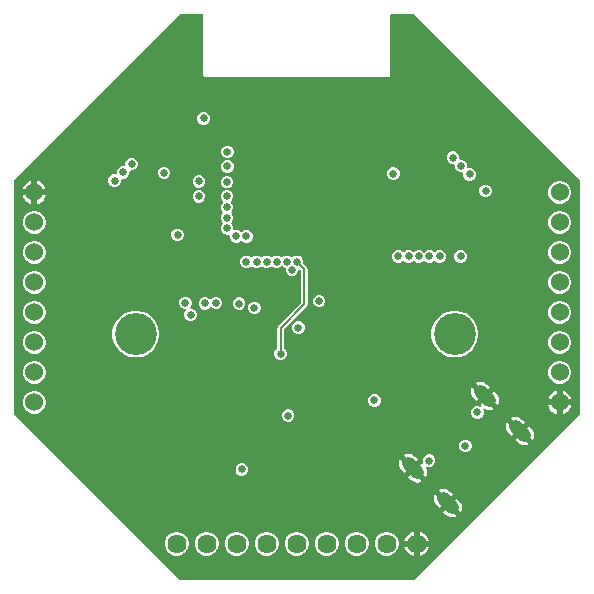
<source format=gbr>
%TF.GenerationSoftware,Altium Limited,Altium Designer,24.10.1 (45)*%
G04 Layer_Physical_Order=2*
G04 Layer_Color=36540*
%FSLAX45Y45*%
%MOMM*%
%TF.SameCoordinates,EEF0193C-C13F-4000-B0C4-A13F86DA6223*%
%TF.FilePolarity,Positive*%
%TF.FileFunction,Copper,L2,Inr,Signal*%
%TF.Part,Single*%
G01*
G75*
%TA.AperFunction,Conductor*%
%ADD37C,0.15240*%
%TA.AperFunction,ComponentPad*%
%ADD40C,1.62001*%
%ADD41C,1.52400*%
%ADD42C,0.64999*%
G04:AMPARAMS|DCode=43|XSize=2.2159mm|YSize=1.10795mm|CornerRadius=0mm|HoleSize=0mm|Usage=FLASHONLY|Rotation=135.000|XOffset=0mm|YOffset=0mm|HoleType=Round|Shape=Round|*
%AMOVALD43*
21,1,1.10795,1.10795,0.00000,0.00000,135.0*
1,1,1.10795,0.39172,-0.39172*
1,1,1.10795,-0.39172,0.39172*
%
%ADD43OVALD43*%

%TA.AperFunction,ViaPad*%
%ADD44C,3.55000*%
%ADD45C,0.66040*%
%ADD46C,0.63500*%
G36*
X4807934Y3404922D02*
Y1421814D01*
X3405665Y19545D01*
X1422557D01*
X20288Y1421814D01*
Y3404922D01*
X1422557Y4807191D01*
X1616207D01*
X1622108Y4800000D01*
Y4295000D01*
X1623660Y4287196D01*
X1628081Y4280581D01*
X1634696Y4276160D01*
X1642500Y4274608D01*
X3182500D01*
X3190303Y4276160D01*
X3196919Y4280581D01*
X3201340Y4287196D01*
X3202892Y4295000D01*
Y4800000D01*
X3208793Y4807191D01*
X3405665D01*
X4807934Y3404922D01*
D02*
G37*
%LPC*%
G36*
X1635546Y3980520D02*
X1614454D01*
X1594967Y3972448D01*
X1580052Y3957533D01*
X1571980Y3938046D01*
Y3916954D01*
X1580052Y3897467D01*
X1594967Y3882552D01*
X1614454Y3874480D01*
X1635546D01*
X1655033Y3882552D01*
X1669948Y3897467D01*
X1678020Y3916954D01*
Y3938046D01*
X1669948Y3957533D01*
X1655033Y3972448D01*
X1635546Y3980520D01*
D02*
G37*
G36*
X1835546Y3695520D02*
X1814454D01*
X1794967Y3687448D01*
X1780052Y3672533D01*
X1771980Y3653046D01*
Y3631954D01*
X1780052Y3612467D01*
X1794967Y3597552D01*
X1814454Y3589480D01*
X1835546D01*
X1855033Y3597552D01*
X1869948Y3612467D01*
X1878020Y3631954D01*
Y3653046D01*
X1869948Y3672533D01*
X1855033Y3687448D01*
X1835546Y3695520D01*
D02*
G37*
G36*
Y3573020D02*
X1814454D01*
X1794967Y3564948D01*
X1780052Y3550033D01*
X1771980Y3530546D01*
Y3509454D01*
X1780052Y3489967D01*
X1794967Y3475052D01*
X1814454Y3466980D01*
X1835546D01*
X1855033Y3475052D01*
X1869948Y3489967D01*
X1878020Y3509454D01*
Y3530546D01*
X1869948Y3550033D01*
X1855033Y3564948D01*
X1835546Y3573020D01*
D02*
G37*
G36*
X1300546Y3518020D02*
X1279454D01*
X1259967Y3509948D01*
X1245052Y3495033D01*
X1236980Y3475546D01*
Y3454454D01*
X1245052Y3434967D01*
X1259967Y3420052D01*
X1279454Y3411980D01*
X1300546D01*
X1320033Y3420052D01*
X1334948Y3434967D01*
X1343020Y3454454D01*
Y3475546D01*
X1334948Y3495033D01*
X1320033Y3509948D01*
X1300546Y3518020D01*
D02*
G37*
G36*
X3240546Y3513020D02*
X3219454D01*
X3199967Y3504948D01*
X3185052Y3490033D01*
X3176980Y3470546D01*
Y3449454D01*
X3185052Y3429967D01*
X3199967Y3415052D01*
X3219454Y3406980D01*
X3240546D01*
X3260033Y3415052D01*
X3274948Y3429967D01*
X3283020Y3449454D01*
Y3470546D01*
X3274948Y3490033D01*
X3260033Y3504948D01*
X3240546Y3513020D01*
D02*
G37*
G36*
X3745546Y3648020D02*
X3724454D01*
X3704967Y3639948D01*
X3690052Y3625033D01*
X3681980Y3605546D01*
Y3584454D01*
X3690052Y3564967D01*
X3704967Y3550052D01*
X3724454Y3541980D01*
X3742592D01*
X3749684Y3535673D01*
X3752638Y3531171D01*
Y3511954D01*
X3760710Y3492467D01*
X3775624Y3477552D01*
X3795111Y3469480D01*
X3813013D01*
X3818683Y3466188D01*
X3824095Y3459002D01*
Y3441954D01*
X3832167Y3422467D01*
X3847082Y3407552D01*
X3866569Y3399480D01*
X3887661D01*
X3907148Y3407552D01*
X3922063Y3422467D01*
X3930135Y3441954D01*
Y3463046D01*
X3922063Y3482533D01*
X3907148Y3497448D01*
X3887661Y3505520D01*
X3869759D01*
X3864090Y3508812D01*
X3858678Y3515998D01*
Y3533046D01*
X3850606Y3552533D01*
X3835691Y3567448D01*
X3816204Y3575520D01*
X3798066D01*
X3790973Y3581827D01*
X3788020Y3586329D01*
Y3605546D01*
X3779948Y3625033D01*
X3765033Y3639948D01*
X3745546Y3648020D01*
D02*
G37*
G36*
X1025546Y3592635D02*
X1004454D01*
X984967Y3584563D01*
X970052Y3569648D01*
X961980Y3550161D01*
Y3533066D01*
X955163Y3525401D01*
X950739Y3523020D01*
X931954D01*
X912467Y3514948D01*
X897552Y3500033D01*
X889480Y3480546D01*
Y3463785D01*
X884747Y3456706D01*
X878399Y3453020D01*
X861190D01*
X841703Y3444948D01*
X826789Y3430033D01*
X818717Y3410546D01*
Y3389454D01*
X826789Y3369967D01*
X841703Y3355052D01*
X861190Y3346980D01*
X882283D01*
X901770Y3355052D01*
X916685Y3369967D01*
X924757Y3389454D01*
Y3406215D01*
X929490Y3413294D01*
X935838Y3416980D01*
X953046D01*
X972533Y3425052D01*
X987448Y3439967D01*
X995520Y3459454D01*
Y3476549D01*
X1002337Y3484214D01*
X1006761Y3486595D01*
X1025546D01*
X1045033Y3494667D01*
X1059948Y3509582D01*
X1068020Y3529069D01*
Y3550161D01*
X1059948Y3569648D01*
X1045033Y3584563D01*
X1025546Y3592635D01*
D02*
G37*
G36*
X1595546Y3445520D02*
X1574454D01*
X1554967Y3437448D01*
X1540052Y3422533D01*
X1531980Y3403046D01*
Y3381954D01*
X1540052Y3362467D01*
X1554967Y3347552D01*
X1574454Y3339480D01*
X1595546D01*
X1615033Y3347552D01*
X1629948Y3362467D01*
X1638020Y3381954D01*
Y3403046D01*
X1629948Y3422533D01*
X1615033Y3437448D01*
X1595546Y3445520D01*
D02*
G37*
G36*
X1833046Y3440520D02*
X1811954D01*
X1792467Y3432448D01*
X1777552Y3417533D01*
X1769480Y3398046D01*
Y3376954D01*
X1777552Y3357467D01*
X1792467Y3342552D01*
X1811954Y3334480D01*
X1833046D01*
X1852533Y3342552D01*
X1867448Y3357467D01*
X1875520Y3376954D01*
Y3398046D01*
X1867448Y3417533D01*
X1852533Y3432448D01*
X1833046Y3440520D01*
D02*
G37*
G36*
X215400Y3398378D02*
Y3325400D01*
X288378D01*
X284676Y3339216D01*
X271300Y3362384D01*
X252384Y3381300D01*
X229216Y3394676D01*
X215400Y3398378D01*
D02*
G37*
G36*
X164600D02*
X150784Y3394676D01*
X127616Y3381300D01*
X108700Y3362384D01*
X95324Y3339216D01*
X91622Y3325400D01*
X164600D01*
Y3398378D01*
D02*
G37*
G36*
X4023046Y3365520D02*
X4001954D01*
X3982467Y3357448D01*
X3967552Y3342533D01*
X3959480Y3323046D01*
Y3301954D01*
X3967552Y3282467D01*
X3982467Y3267552D01*
X4001954Y3259480D01*
X4023046D01*
X4042533Y3267552D01*
X4057448Y3282467D01*
X4065520Y3301954D01*
Y3323046D01*
X4057448Y3342533D01*
X4042533Y3357448D01*
X4023046Y3365520D01*
D02*
G37*
G36*
X1595546Y3320520D02*
X1574454D01*
X1554967Y3312448D01*
X1540052Y3297533D01*
X1531980Y3278046D01*
Y3256954D01*
X1540052Y3237467D01*
X1554967Y3222552D01*
X1574454Y3214480D01*
X1595546D01*
X1615033Y3222552D01*
X1629948Y3237467D01*
X1638020Y3256954D01*
Y3278046D01*
X1629948Y3297533D01*
X1615033Y3312448D01*
X1595546Y3320520D01*
D02*
G37*
G36*
X4652665Y3396700D02*
X4627335D01*
X4602868Y3390144D01*
X4580932Y3377479D01*
X4563021Y3359568D01*
X4550356Y3337632D01*
X4543800Y3313165D01*
Y3287835D01*
X4550356Y3263368D01*
X4563021Y3241432D01*
X4580932Y3223521D01*
X4602868Y3210856D01*
X4627335Y3204300D01*
X4652665D01*
X4677132Y3210856D01*
X4699068Y3223521D01*
X4716979Y3241432D01*
X4729644Y3263368D01*
X4736200Y3287835D01*
Y3313165D01*
X4729644Y3337632D01*
X4716979Y3359568D01*
X4699068Y3377479D01*
X4677132Y3390144D01*
X4652665Y3396700D01*
D02*
G37*
G36*
X288378Y3274600D02*
X215400D01*
Y3201622D01*
X229216Y3205324D01*
X252384Y3218700D01*
X271300Y3237616D01*
X284676Y3260784D01*
X288378Y3274600D01*
D02*
G37*
G36*
X164600D02*
X91622D01*
X95324Y3260784D01*
X108700Y3237616D01*
X127616Y3218700D01*
X150784Y3205324D01*
X164600Y3201622D01*
Y3274600D01*
D02*
G37*
G36*
X4652665Y3142700D02*
X4627335D01*
X4602868Y3136144D01*
X4580932Y3123479D01*
X4563021Y3105568D01*
X4550356Y3083632D01*
X4543800Y3059165D01*
Y3033835D01*
X4550356Y3009368D01*
X4563021Y2987432D01*
X4580932Y2969521D01*
X4602868Y2956856D01*
X4627335Y2950300D01*
X4652665D01*
X4677132Y2956856D01*
X4699068Y2969521D01*
X4716979Y2987432D01*
X4729644Y3009368D01*
X4736200Y3033835D01*
Y3059165D01*
X4729644Y3083632D01*
X4716979Y3105568D01*
X4699068Y3123479D01*
X4677132Y3136144D01*
X4652665Y3142700D01*
D02*
G37*
G36*
X202665Y3142200D02*
X177335D01*
X152868Y3135644D01*
X130932Y3122979D01*
X113021Y3105068D01*
X100356Y3083132D01*
X93800Y3058665D01*
Y3033335D01*
X100356Y3008868D01*
X113021Y2986932D01*
X130932Y2969021D01*
X152868Y2956356D01*
X177335Y2949800D01*
X202665D01*
X227132Y2956356D01*
X249068Y2969021D01*
X266979Y2986932D01*
X279644Y3008868D01*
X286200Y3033335D01*
Y3058665D01*
X279644Y3083132D01*
X266979Y3105068D01*
X249068Y3122979D01*
X227132Y3135644D01*
X202665Y3142200D01*
D02*
G37*
G36*
X1415546Y2993020D02*
X1394454D01*
X1374967Y2984948D01*
X1360052Y2970033D01*
X1351980Y2950546D01*
Y2929454D01*
X1360052Y2909967D01*
X1374967Y2895052D01*
X1394454Y2886980D01*
X1415546D01*
X1435033Y2895052D01*
X1449948Y2909967D01*
X1458020Y2929454D01*
Y2950546D01*
X1449948Y2970033D01*
X1435033Y2984948D01*
X1415546Y2993020D01*
D02*
G37*
G36*
X1833046Y3320520D02*
X1811954D01*
X1792467Y3312448D01*
X1777552Y3297533D01*
X1769480Y3278046D01*
Y3256954D01*
X1777552Y3237467D01*
X1785472Y3229547D01*
X1791518Y3221250D01*
X1785472Y3212953D01*
X1777552Y3205033D01*
X1769480Y3185546D01*
Y3164454D01*
X1777552Y3144967D01*
X1784222Y3138297D01*
X1792415Y3130000D01*
X1784222Y3121703D01*
X1777552Y3115033D01*
X1769480Y3095546D01*
Y3074454D01*
X1777552Y3054967D01*
X1784222Y3048297D01*
X1792415Y3040000D01*
X1784222Y3031703D01*
X1777552Y3025033D01*
X1769480Y3005546D01*
Y2984454D01*
X1777552Y2964967D01*
X1792467Y2950052D01*
X1811954Y2941980D01*
X1833046D01*
X1838257Y2944138D01*
X1842377Y2941902D01*
X1849480Y2935041D01*
Y2916954D01*
X1857552Y2897467D01*
X1872467Y2882552D01*
X1891954Y2874480D01*
X1913046D01*
X1932533Y2882552D01*
X1945000Y2895019D01*
X1957467Y2882552D01*
X1976954Y2874480D01*
X1998046D01*
X2017533Y2882552D01*
X2032448Y2897467D01*
X2040520Y2916954D01*
Y2938046D01*
X2032448Y2957533D01*
X2017533Y2972448D01*
X1998046Y2980520D01*
X1976954D01*
X1957467Y2972448D01*
X1945000Y2959981D01*
X1932533Y2972448D01*
X1913046Y2980520D01*
X1891954D01*
X1886743Y2978362D01*
X1882623Y2980598D01*
X1875520Y2987460D01*
Y3005546D01*
X1867448Y3025033D01*
X1860778Y3031703D01*
X1852585Y3040000D01*
X1860778Y3048297D01*
X1867448Y3054967D01*
X1875520Y3074454D01*
Y3095546D01*
X1867448Y3115033D01*
X1860778Y3121703D01*
X1852585Y3130000D01*
X1860778Y3138297D01*
X1867448Y3144967D01*
X1875520Y3164454D01*
Y3185546D01*
X1867448Y3205033D01*
X1859528Y3212953D01*
X1853482Y3221250D01*
X1859528Y3229547D01*
X1867448Y3237467D01*
X1875520Y3256954D01*
Y3278046D01*
X1867448Y3297533D01*
X1852533Y3312448D01*
X1833046Y3320520D01*
D02*
G37*
G36*
X3633046Y2810520D02*
X3611953D01*
X3592467Y2802448D01*
X3578750Y2788731D01*
X3565033Y2802448D01*
X3545546Y2810520D01*
X3524453D01*
X3504967Y2802448D01*
X3491250Y2788731D01*
X3477533Y2802448D01*
X3458046Y2810520D01*
X3436954D01*
X3417467Y2802448D01*
X3403750Y2788731D01*
X3390033Y2802448D01*
X3370546Y2810520D01*
X3349454D01*
X3329967Y2802448D01*
X3316250Y2788731D01*
X3302533Y2802448D01*
X3283046Y2810520D01*
X3261954D01*
X3242467Y2802448D01*
X3227552Y2787533D01*
X3219480Y2768046D01*
Y2746954D01*
X3227552Y2727467D01*
X3242467Y2712552D01*
X3261954Y2704480D01*
X3283046D01*
X3302533Y2712552D01*
X3316250Y2726269D01*
X3329967Y2712552D01*
X3349454Y2704480D01*
X3370546D01*
X3390033Y2712552D01*
X3403750Y2726269D01*
X3417467Y2712552D01*
X3436954Y2704480D01*
X3458046D01*
X3477533Y2712552D01*
X3491250Y2726269D01*
X3504967Y2712552D01*
X3524453Y2704480D01*
X3545546D01*
X3565033Y2712552D01*
X3578750Y2726269D01*
X3592467Y2712552D01*
X3611953Y2704480D01*
X3633046D01*
X3652533Y2712552D01*
X3667448Y2727467D01*
X3675520Y2746954D01*
Y2768046D01*
X3667448Y2787533D01*
X3652533Y2802448D01*
X3633046Y2810520D01*
D02*
G37*
G36*
X2425546Y2765520D02*
X2404454D01*
X2384967Y2757448D01*
X2372500Y2744981D01*
X2360033Y2757448D01*
X2340546Y2765520D01*
X2319454D01*
X2299967Y2757448D01*
X2286250Y2743731D01*
X2272533Y2757448D01*
X2253046Y2765520D01*
X2231954D01*
X2212467Y2757448D01*
X2200000Y2744981D01*
X2187533Y2757448D01*
X2168046Y2765520D01*
X2146954D01*
X2127467Y2757448D01*
X2115000Y2744982D01*
X2102533Y2757448D01*
X2083046Y2765520D01*
X2061954D01*
X2042467Y2757448D01*
X2030000Y2744981D01*
X2017533Y2757448D01*
X1998046Y2765520D01*
X1976954D01*
X1957467Y2757448D01*
X1942552Y2742533D01*
X1934480Y2723046D01*
Y2701954D01*
X1942552Y2682467D01*
X1957467Y2667552D01*
X1976954Y2659480D01*
X1998046D01*
X2017533Y2667552D01*
X2030000Y2680019D01*
X2042467Y2667552D01*
X2061954Y2659480D01*
X2083046D01*
X2102533Y2667552D01*
X2115000Y2680019D01*
X2127467Y2667552D01*
X2146954Y2659480D01*
X2168046D01*
X2187533Y2667552D01*
X2200000Y2680019D01*
X2212467Y2667552D01*
X2231954Y2659480D01*
X2253046D01*
X2272533Y2667552D01*
X2286250Y2681269D01*
X2299967Y2667552D01*
X2319453Y2659480D01*
X2320476Y2657950D01*
X2319480Y2655546D01*
Y2634454D01*
X2327552Y2614967D01*
X2342467Y2600052D01*
X2361954Y2591980D01*
X2383046D01*
X2402533Y2600052D01*
X2417448Y2614967D01*
X2425520Y2634454D01*
Y2646694D01*
X2438220Y2651955D01*
X2449339Y2640836D01*
Y2364165D01*
X2257587Y2172413D01*
X2251483Y2163277D01*
X2249339Y2152500D01*
Y1978224D01*
X2247467Y1977448D01*
X2232552Y1962534D01*
X2224480Y1943047D01*
Y1921954D01*
X2232552Y1902467D01*
X2247467Y1887552D01*
X2266954Y1879480D01*
X2288046D01*
X2307533Y1887552D01*
X2322448Y1902467D01*
X2330520Y1921954D01*
Y1943047D01*
X2322448Y1962534D01*
X2307533Y1977448D01*
X2305661Y1978224D01*
Y2140835D01*
X2497413Y2332587D01*
X2503517Y2341723D01*
X2505661Y2352500D01*
Y2652500D01*
X2503517Y2663277D01*
X2497413Y2672413D01*
X2467977Y2701849D01*
X2468020Y2701954D01*
Y2723046D01*
X2459948Y2742533D01*
X2445033Y2757448D01*
X2425546Y2765520D01*
D02*
G37*
G36*
X3810546Y2810520D02*
X3789454D01*
X3769967Y2802448D01*
X3755052Y2787533D01*
X3746980Y2768046D01*
Y2746954D01*
X3755052Y2727467D01*
X3769967Y2712552D01*
X3789454Y2704480D01*
X3810546D01*
X3830033Y2712552D01*
X3844948Y2727467D01*
X3853020Y2746954D01*
Y2768046D01*
X3844948Y2787533D01*
X3830033Y2802448D01*
X3810546Y2810520D01*
D02*
G37*
G36*
X4652665Y2888700D02*
X4627335D01*
X4602868Y2882144D01*
X4580932Y2869479D01*
X4563021Y2851568D01*
X4550356Y2829632D01*
X4543800Y2805165D01*
Y2779835D01*
X4550356Y2755368D01*
X4563021Y2733432D01*
X4580932Y2715521D01*
X4602868Y2702856D01*
X4627335Y2696300D01*
X4652665D01*
X4677132Y2702856D01*
X4699068Y2715521D01*
X4716979Y2733432D01*
X4729644Y2755368D01*
X4736200Y2779835D01*
Y2805165D01*
X4729644Y2829632D01*
X4716979Y2851568D01*
X4699068Y2869479D01*
X4677132Y2882144D01*
X4652665Y2888700D01*
D02*
G37*
G36*
X202665Y2888200D02*
X177335D01*
X152868Y2881644D01*
X130932Y2868979D01*
X113021Y2851068D01*
X100356Y2829132D01*
X93800Y2804665D01*
Y2779335D01*
X100356Y2754868D01*
X113021Y2732932D01*
X130932Y2715021D01*
X152868Y2702356D01*
X177335Y2695800D01*
X202665D01*
X227132Y2702356D01*
X249068Y2715021D01*
X266979Y2732932D01*
X279644Y2754868D01*
X286200Y2779335D01*
Y2804665D01*
X279644Y2829132D01*
X266979Y2851068D01*
X249068Y2868979D01*
X227132Y2881644D01*
X202665Y2888200D01*
D02*
G37*
G36*
X4652665Y2634700D02*
X4627335D01*
X4602868Y2628144D01*
X4580932Y2615479D01*
X4563021Y2597568D01*
X4550356Y2575632D01*
X4543800Y2551165D01*
Y2525835D01*
X4550356Y2501368D01*
X4563021Y2479432D01*
X4580932Y2461521D01*
X4602868Y2448856D01*
X4627335Y2442300D01*
X4652665D01*
X4677132Y2448856D01*
X4699068Y2461521D01*
X4716979Y2479432D01*
X4729644Y2501368D01*
X4736200Y2525835D01*
Y2551165D01*
X4729644Y2575632D01*
X4716979Y2597568D01*
X4699068Y2615479D01*
X4677132Y2628144D01*
X4652665Y2634700D01*
D02*
G37*
G36*
X202665Y2634200D02*
X177335D01*
X152868Y2627644D01*
X130932Y2614979D01*
X113021Y2597068D01*
X100356Y2575132D01*
X93800Y2550665D01*
Y2525335D01*
X100356Y2500868D01*
X113021Y2478932D01*
X130932Y2461021D01*
X152868Y2448356D01*
X177335Y2441800D01*
X202665D01*
X227132Y2448356D01*
X249068Y2461021D01*
X266979Y2478932D01*
X279644Y2500868D01*
X286200Y2525335D01*
Y2550665D01*
X279644Y2575132D01*
X266979Y2597068D01*
X249068Y2614979D01*
X227132Y2627644D01*
X202665Y2634200D01*
D02*
G37*
G36*
X1740546Y2418020D02*
X1719454D01*
X1699967Y2409948D01*
X1688297Y2398278D01*
X1685018Y2395040D01*
X1672372Y2397609D01*
X1665033Y2404948D01*
X1645546Y2413020D01*
X1624453D01*
X1604967Y2404948D01*
X1590052Y2390033D01*
X1581980Y2370546D01*
Y2349454D01*
X1590052Y2329967D01*
X1604967Y2315052D01*
X1624453Y2306980D01*
X1645546D01*
X1665033Y2315052D01*
X1676703Y2326722D01*
X1679982Y2329960D01*
X1692628Y2327391D01*
X1699967Y2320052D01*
X1719454Y2311980D01*
X1740546D01*
X1760033Y2320052D01*
X1774948Y2334967D01*
X1783020Y2354454D01*
Y2375546D01*
X1774948Y2395033D01*
X1760033Y2409948D01*
X1740546Y2418020D01*
D02*
G37*
G36*
X2613046Y2433020D02*
X2591954D01*
X2572467Y2424948D01*
X2557552Y2410033D01*
X2549480Y2390546D01*
Y2369454D01*
X2557552Y2349967D01*
X2572467Y2335052D01*
X2591954Y2326980D01*
X2613046D01*
X2632533Y2335052D01*
X2647448Y2349967D01*
X2655520Y2369454D01*
Y2390546D01*
X2647448Y2410033D01*
X2632533Y2424948D01*
X2613046Y2433020D01*
D02*
G37*
G36*
X1935546Y2410520D02*
X1914454D01*
X1894967Y2402448D01*
X1880052Y2387533D01*
X1871980Y2368046D01*
Y2346954D01*
X1880052Y2327467D01*
X1894967Y2312552D01*
X1914454Y2304480D01*
X1935546D01*
X1955033Y2312552D01*
X1969948Y2327467D01*
X1978020Y2346954D01*
Y2368046D01*
X1969948Y2387533D01*
X1955033Y2402448D01*
X1935546Y2410520D01*
D02*
G37*
G36*
X2065546Y2375520D02*
X2044454D01*
X2024967Y2367448D01*
X2010052Y2352533D01*
X2001980Y2333046D01*
Y2311954D01*
X2010052Y2292467D01*
X2024967Y2277552D01*
X2044454Y2269480D01*
X2065546D01*
X2085033Y2277552D01*
X2099948Y2292467D01*
X2108020Y2311954D01*
Y2333046D01*
X2099948Y2352533D01*
X2085033Y2367448D01*
X2065546Y2375520D01*
D02*
G37*
G36*
X1480546Y2418020D02*
X1459454D01*
X1439967Y2409948D01*
X1425052Y2395033D01*
X1416980Y2375546D01*
Y2354454D01*
X1425052Y2334967D01*
X1439967Y2320052D01*
X1459454Y2311980D01*
X1471538D01*
X1476799Y2299280D01*
X1470052Y2292533D01*
X1461980Y2273046D01*
Y2251954D01*
X1470052Y2232467D01*
X1484967Y2217552D01*
X1504454Y2209480D01*
X1525546D01*
X1545033Y2217552D01*
X1559948Y2232467D01*
X1568020Y2251954D01*
Y2273046D01*
X1559948Y2292533D01*
X1545033Y2307448D01*
X1525546Y2315520D01*
X1513462D01*
X1508201Y2328220D01*
X1514948Y2334967D01*
X1523020Y2354454D01*
Y2375546D01*
X1514948Y2395033D01*
X1500033Y2409948D01*
X1480546Y2418020D01*
D02*
G37*
G36*
X4652665Y2380700D02*
X4627335D01*
X4602868Y2374144D01*
X4580932Y2361479D01*
X4563021Y2343568D01*
X4550356Y2321632D01*
X4543800Y2297165D01*
Y2271835D01*
X4550356Y2247368D01*
X4563021Y2225432D01*
X4580932Y2207521D01*
X4602868Y2194856D01*
X4627335Y2188300D01*
X4652665D01*
X4677132Y2194856D01*
X4699068Y2207521D01*
X4716979Y2225432D01*
X4729644Y2247368D01*
X4736200Y2271835D01*
Y2297165D01*
X4729644Y2321632D01*
X4716979Y2343568D01*
X4699068Y2361479D01*
X4677132Y2374144D01*
X4652665Y2380700D01*
D02*
G37*
G36*
X202665Y2380200D02*
X177335D01*
X152868Y2373644D01*
X130932Y2360979D01*
X113021Y2343068D01*
X100356Y2321132D01*
X93800Y2296665D01*
Y2271335D01*
X100356Y2246868D01*
X113021Y2224932D01*
X130932Y2207021D01*
X152868Y2194356D01*
X177335Y2187800D01*
X202665D01*
X227132Y2194356D01*
X249068Y2207021D01*
X266979Y2224932D01*
X279644Y2246868D01*
X286200Y2271335D01*
Y2296665D01*
X279644Y2321132D01*
X266979Y2343068D01*
X249068Y2360979D01*
X227132Y2373644D01*
X202665Y2380200D01*
D02*
G37*
G36*
X2438046Y2208020D02*
X2416954D01*
X2397467Y2199948D01*
X2382552Y2185033D01*
X2374480Y2165546D01*
Y2144454D01*
X2382552Y2124967D01*
X2397467Y2110052D01*
X2416954Y2101980D01*
X2438046D01*
X2457533Y2110052D01*
X2472448Y2124967D01*
X2480520Y2144454D01*
Y2165546D01*
X2472448Y2185033D01*
X2457533Y2199948D01*
X2438046Y2208020D01*
D02*
G37*
G36*
X4652665Y2126700D02*
X4627335D01*
X4602868Y2120144D01*
X4580932Y2107479D01*
X4563021Y2089568D01*
X4550356Y2067632D01*
X4543800Y2043165D01*
Y2017835D01*
X4550356Y1993368D01*
X4563021Y1971432D01*
X4580932Y1953521D01*
X4602868Y1940856D01*
X4627335Y1934300D01*
X4652665D01*
X4677132Y1940856D01*
X4699068Y1953521D01*
X4716979Y1971432D01*
X4729644Y1993368D01*
X4736200Y2017835D01*
Y2043165D01*
X4729644Y2067632D01*
X4716979Y2089568D01*
X4699068Y2107479D01*
X4677132Y2120144D01*
X4652665Y2126700D01*
D02*
G37*
G36*
X202665Y2126200D02*
X177335D01*
X152868Y2119644D01*
X130932Y2106979D01*
X113021Y2089068D01*
X100356Y2067132D01*
X93800Y2042665D01*
Y2017335D01*
X100356Y1992868D01*
X113021Y1970932D01*
X130932Y1953021D01*
X152868Y1940356D01*
X177335Y1933800D01*
X202665D01*
X227132Y1940356D01*
X249068Y1953021D01*
X266979Y1970932D01*
X279644Y1992868D01*
X286200Y2017335D01*
Y2042665D01*
X279644Y2067132D01*
X266979Y2089068D01*
X249068Y2106979D01*
X227132Y2119644D01*
X202665Y2126200D01*
D02*
G37*
G36*
X3769452Y2297500D02*
X3730548D01*
X3692391Y2289910D01*
X3656449Y2275022D01*
X3624101Y2253408D01*
X3596592Y2225899D01*
X3574978Y2193551D01*
X3560090Y2157609D01*
X3552500Y2119452D01*
Y2080548D01*
X3560090Y2042391D01*
X3574978Y2006449D01*
X3596592Y1974101D01*
X3624101Y1946592D01*
X3656449Y1924978D01*
X3692391Y1910090D01*
X3730548Y1902500D01*
X3769452D01*
X3807609Y1910090D01*
X3843551Y1924978D01*
X3875899Y1946592D01*
X3903408Y1974101D01*
X3925022Y2006449D01*
X3939910Y2042391D01*
X3947500Y2080548D01*
Y2119452D01*
X3939910Y2157609D01*
X3925022Y2193551D01*
X3903408Y2225899D01*
X3875899Y2253408D01*
X3843551Y2275022D01*
X3807609Y2289910D01*
X3769452Y2297500D01*
D02*
G37*
G36*
X1069452D02*
X1030548D01*
X992391Y2289910D01*
X956449Y2275022D01*
X924101Y2253408D01*
X896592Y2225899D01*
X874978Y2193551D01*
X860090Y2157609D01*
X852500Y2119452D01*
Y2080548D01*
X860090Y2042391D01*
X874978Y2006449D01*
X896592Y1974101D01*
X924101Y1946592D01*
X956449Y1924978D01*
X992391Y1910090D01*
X1030548Y1902500D01*
X1069452D01*
X1107609Y1910090D01*
X1143551Y1924978D01*
X1175899Y1946592D01*
X1203408Y1974101D01*
X1225022Y2006449D01*
X1239910Y2042391D01*
X1247500Y2080548D01*
Y2119452D01*
X1239910Y2157609D01*
X1225022Y2193551D01*
X1203408Y2225899D01*
X1175899Y2253408D01*
X1143551Y2275022D01*
X1107609Y2289910D01*
X1069452Y2297500D01*
D02*
G37*
G36*
X4652665Y1872700D02*
X4627335D01*
X4602868Y1866144D01*
X4580932Y1853479D01*
X4563021Y1835568D01*
X4550356Y1813632D01*
X4543800Y1789165D01*
Y1763835D01*
X4550356Y1739368D01*
X4563021Y1717432D01*
X4580932Y1699521D01*
X4602868Y1686856D01*
X4627335Y1680300D01*
X4652665D01*
X4677132Y1686856D01*
X4699068Y1699521D01*
X4716979Y1717432D01*
X4729644Y1739368D01*
X4736200Y1763835D01*
Y1789165D01*
X4729644Y1813632D01*
X4716979Y1835568D01*
X4699068Y1853479D01*
X4677132Y1866144D01*
X4652665Y1872700D01*
D02*
G37*
G36*
X202665Y1872200D02*
X177335D01*
X152868Y1865644D01*
X130932Y1852979D01*
X113021Y1835068D01*
X100356Y1813132D01*
X93800Y1788665D01*
Y1763335D01*
X100356Y1738868D01*
X113021Y1716932D01*
X130932Y1699021D01*
X152868Y1686356D01*
X177335Y1679800D01*
X202665D01*
X227132Y1686356D01*
X249068Y1699021D01*
X266979Y1716932D01*
X279644Y1738868D01*
X286200Y1763335D01*
Y1788665D01*
X279644Y1813132D01*
X266979Y1835068D01*
X249068Y1852979D01*
X227132Y1865644D01*
X202665Y1872200D01*
D02*
G37*
G36*
X3969636Y1695650D02*
X3948544Y1692873D01*
X3933197Y1686516D01*
X4008808Y1610904D01*
X4048473Y1650569D01*
X4027262Y1671781D01*
X4010384Y1684731D01*
X3990729Y1692873D01*
X3969636Y1695650D01*
D02*
G37*
G36*
X4665400Y1620878D02*
Y1547900D01*
X4738378D01*
X4734676Y1561716D01*
X4721300Y1584884D01*
X4702384Y1603800D01*
X4679216Y1617176D01*
X4665400Y1620878D01*
D02*
G37*
G36*
X4614600Y1620878D02*
X4600784Y1617176D01*
X4577616Y1603800D01*
X4558700Y1584884D01*
X4545324Y1561716D01*
X4541622Y1547900D01*
X4614600D01*
Y1620878D01*
D02*
G37*
G36*
X3897276Y1650595D02*
X3890919Y1635247D01*
X3888142Y1614155D01*
X3890919Y1593063D01*
X3899060Y1573408D01*
X3912011Y1556530D01*
X3933222Y1535318D01*
X3972887Y1574983D01*
X3897276Y1650595D01*
D02*
G37*
G36*
X4084394Y1614648D02*
X4044729Y1574983D01*
X4120341Y1499372D01*
X4126698Y1514719D01*
X4129475Y1535811D01*
X4126698Y1556904D01*
X4118557Y1576558D01*
X4105606Y1593437D01*
X4084394Y1614648D01*
D02*
G37*
G36*
X3080546Y1593020D02*
X3059454D01*
X3039967Y1584948D01*
X3025052Y1570033D01*
X3016980Y1550546D01*
Y1529454D01*
X3025052Y1509967D01*
X3039967Y1495052D01*
X3059454Y1486980D01*
X3080546D01*
X3100033Y1495052D01*
X3114948Y1509967D01*
X3123020Y1529454D01*
Y1550546D01*
X3114948Y1570033D01*
X3100033Y1584948D01*
X3080546Y1593020D01*
D02*
G37*
G36*
X4008808Y1539062D02*
X3969143Y1499397D01*
X3973333Y1495208D01*
X3966139Y1484441D01*
X3952132Y1490243D01*
X3931246D01*
X3911951Y1482251D01*
X3897182Y1467482D01*
X3889190Y1448187D01*
Y1427301D01*
X3897182Y1408005D01*
X3911951Y1393237D01*
X3931246Y1385245D01*
X3952132D01*
X3971428Y1393237D01*
X3986196Y1408005D01*
X3994188Y1427301D01*
Y1448187D01*
X3987479Y1464384D01*
X3997794Y1472478D01*
X4007233Y1465235D01*
X4026888Y1457094D01*
X4047980Y1454317D01*
X4069072Y1457093D01*
X4084420Y1463450D01*
X4008808Y1539062D01*
D02*
G37*
G36*
X202665Y1618200D02*
X177335D01*
X152868Y1611644D01*
X130932Y1598979D01*
X113021Y1581068D01*
X100356Y1559132D01*
X93800Y1534665D01*
Y1509335D01*
X100356Y1484869D01*
X113021Y1462932D01*
X130932Y1445021D01*
X152868Y1432356D01*
X177335Y1425800D01*
X202665D01*
X227132Y1432356D01*
X249068Y1445021D01*
X266979Y1462932D01*
X279644Y1484869D01*
X286200Y1509335D01*
Y1534665D01*
X279644Y1559132D01*
X266979Y1581068D01*
X249068Y1598979D01*
X227132Y1611644D01*
X202665Y1618200D01*
D02*
G37*
G36*
X4614600Y1497100D02*
X4541622D01*
X4545324Y1483284D01*
X4558700Y1460116D01*
X4577616Y1441200D01*
X4600784Y1427824D01*
X4614600Y1424122D01*
Y1497100D01*
D02*
G37*
G36*
X4738378D02*
X4665400D01*
Y1424122D01*
X4679216Y1427824D01*
X4702384Y1441200D01*
X4721300Y1460116D01*
X4734676Y1483284D01*
X4738378Y1497100D01*
D02*
G37*
G36*
X2350546Y1463020D02*
X2329454D01*
X2309967Y1454948D01*
X2295052Y1440033D01*
X2286980Y1420547D01*
Y1399454D01*
X2295052Y1379967D01*
X2309967Y1365052D01*
X2329454Y1356980D01*
X2350546D01*
X2370033Y1365052D01*
X2384948Y1379967D01*
X2393020Y1399454D01*
Y1420547D01*
X2384948Y1440033D01*
X2370033Y1454948D01*
X2350546Y1463020D01*
D02*
G37*
G36*
X4265212Y1400073D02*
X4244120Y1397297D01*
X4228773Y1390940D01*
X4304385Y1315328D01*
X4344050Y1354992D01*
X4322838Y1376204D01*
X4305960Y1389155D01*
X4286305Y1397297D01*
X4265212Y1400073D01*
D02*
G37*
G36*
X4192852Y1355019D02*
X4186495Y1339671D01*
X4183718Y1318579D01*
X4186495Y1297486D01*
X4194636Y1277832D01*
X4207587Y1260953D01*
X4228799Y1239741D01*
X4268464Y1279407D01*
X4192852Y1355019D01*
D02*
G37*
G36*
X4379971Y1319072D02*
X4340306Y1279407D01*
X4415917Y1203795D01*
X4422274Y1219143D01*
X4425051Y1240235D01*
X4422274Y1261327D01*
X4414133Y1280982D01*
X4401182Y1297860D01*
X4379971Y1319072D01*
D02*
G37*
G36*
X4304385Y1243486D02*
X4264720Y1203821D01*
X4285931Y1182610D01*
X4302809Y1169659D01*
X4322464Y1161517D01*
X4343556Y1158740D01*
X4364648Y1161517D01*
X4379996Y1167874D01*
X4304385Y1243486D01*
D02*
G37*
G36*
X3850546Y1205520D02*
X3829454D01*
X3809967Y1197448D01*
X3795052Y1182533D01*
X3786980Y1163046D01*
Y1141954D01*
X3795052Y1122467D01*
X3809967Y1107552D01*
X3829454Y1099480D01*
X3850546D01*
X3870033Y1107552D01*
X3884948Y1122467D01*
X3893020Y1141954D01*
Y1163046D01*
X3884948Y1182533D01*
X3870033Y1197448D01*
X3850546Y1205520D01*
D02*
G37*
G36*
X3358692Y1084705D02*
X3337599Y1081928D01*
X3322252Y1075571D01*
X3397863Y999959D01*
X3437528Y1039624D01*
X3416317Y1060836D01*
X3399439Y1073787D01*
X3379784Y1081928D01*
X3358692Y1084705D01*
D02*
G37*
G36*
X3543778Y1081889D02*
X3522892D01*
X3503596Y1073896D01*
X3488828Y1059128D01*
X3480836Y1039832D01*
Y1018947D01*
X3484138Y1010975D01*
X3473842Y1004096D01*
X3433784Y964038D01*
X3509396Y888427D01*
X3515753Y903774D01*
X3518530Y924866D01*
X3515753Y945959D01*
X3507612Y965614D01*
X3503270Y971272D01*
X3511274Y981703D01*
X3522892Y976891D01*
X3543778D01*
X3563074Y984883D01*
X3577842Y999651D01*
X3585834Y1018947D01*
Y1039832D01*
X3577842Y1059128D01*
X3563074Y1073896D01*
X3543778Y1081889D01*
D02*
G37*
G36*
X3286331Y1039650D02*
X3279974Y1024302D01*
X3277197Y1003210D01*
X3279974Y982118D01*
X3288115Y962463D01*
X3301066Y945585D01*
X3322277Y924373D01*
X3361942Y964038D01*
X3286331Y1039650D01*
D02*
G37*
G36*
X1958046Y1008020D02*
X1936954D01*
X1917467Y999948D01*
X1902552Y985033D01*
X1894480Y965546D01*
Y944454D01*
X1902552Y924967D01*
X1917467Y910052D01*
X1936954Y901980D01*
X1958046D01*
X1977533Y910052D01*
X1992448Y924967D01*
X2000520Y944454D01*
Y965546D01*
X1992448Y985033D01*
X1977533Y999948D01*
X1958046Y1008020D01*
D02*
G37*
G36*
X3397863Y928117D02*
X3358199Y888452D01*
X3379410Y867241D01*
X3396288Y854290D01*
X3415943Y846148D01*
X3437035Y843372D01*
X3458128Y846149D01*
X3473475Y852506D01*
X3397863Y928117D01*
D02*
G37*
G36*
X3654268Y789129D02*
X3633176Y786352D01*
X3617828Y779995D01*
X3693440Y704383D01*
X3733105Y744048D01*
X3711893Y765260D01*
X3695015Y778211D01*
X3675360Y786352D01*
X3654268Y789129D01*
D02*
G37*
G36*
X3581907Y744074D02*
X3575550Y728726D01*
X3572773Y707634D01*
X3575550Y686542D01*
X3583691Y666887D01*
X3596642Y650009D01*
X3617854Y628797D01*
X3657519Y668462D01*
X3581907Y744074D01*
D02*
G37*
G36*
X3769026Y708127D02*
X3729361Y668462D01*
X3804972Y592851D01*
X3811329Y608198D01*
X3814106Y629290D01*
X3811329Y650383D01*
X3803188Y670038D01*
X3790237Y686916D01*
X3769026Y708127D01*
D02*
G37*
G36*
X3693440Y632541D02*
X3653775Y592876D01*
X3674986Y571665D01*
X3691864Y558714D01*
X3711519Y550572D01*
X3732612Y547796D01*
X3753704Y550572D01*
X3769051Y556930D01*
X3693440Y632541D01*
D02*
G37*
G36*
X3453900Y428348D02*
Y350400D01*
X3531848D01*
X3527650Y366069D01*
X3513642Y390332D01*
X3493831Y410142D01*
X3469569Y424150D01*
X3453900Y428348D01*
D02*
G37*
G36*
X3403100D02*
X3387431Y424150D01*
X3363168Y410142D01*
X3343358Y390332D01*
X3329350Y366069D01*
X3325152Y350400D01*
X3403100D01*
Y428348D01*
D02*
G37*
G36*
X3187797Y426001D02*
X3161203D01*
X3135515Y419118D01*
X3112484Y405821D01*
X3093679Y387016D01*
X3080382Y363985D01*
X3073499Y338297D01*
Y311703D01*
X3080382Y286015D01*
X3093679Y262984D01*
X3112484Y244180D01*
X3135515Y230883D01*
X3161203Y224000D01*
X3187797D01*
X3213485Y230883D01*
X3236516Y244180D01*
X3255320Y262984D01*
X3268617Y286015D01*
X3275500Y311703D01*
Y338297D01*
X3268617Y363985D01*
X3255320Y387016D01*
X3236516Y405821D01*
X3213485Y419118D01*
X3187797Y426001D01*
D02*
G37*
G36*
X2933797D02*
X2907203D01*
X2881515Y419118D01*
X2858484Y405821D01*
X2839679Y387016D01*
X2826382Y363985D01*
X2819499Y338297D01*
Y311703D01*
X2826382Y286015D01*
X2839679Y262984D01*
X2858484Y244180D01*
X2881515Y230883D01*
X2907203Y224000D01*
X2933797D01*
X2959485Y230883D01*
X2982516Y244180D01*
X3001320Y262984D01*
X3014617Y286015D01*
X3021500Y311703D01*
Y338297D01*
X3014617Y363985D01*
X3001320Y387016D01*
X2982516Y405821D01*
X2959485Y419118D01*
X2933797Y426001D01*
D02*
G37*
G36*
X2679797D02*
X2653203D01*
X2627515Y419118D01*
X2604484Y405821D01*
X2585679Y387016D01*
X2572382Y363985D01*
X2565499Y338297D01*
Y311703D01*
X2572382Y286015D01*
X2585679Y262984D01*
X2604484Y244180D01*
X2627515Y230883D01*
X2653203Y224000D01*
X2679797D01*
X2705485Y230883D01*
X2728516Y244180D01*
X2747320Y262984D01*
X2760617Y286015D01*
X2767500Y311703D01*
Y338297D01*
X2760617Y363985D01*
X2747320Y387016D01*
X2728516Y405821D01*
X2705485Y419118D01*
X2679797Y426001D01*
D02*
G37*
G36*
X2425797D02*
X2399203D01*
X2373515Y419118D01*
X2350484Y405821D01*
X2331679Y387016D01*
X2318382Y363985D01*
X2311499Y338297D01*
Y311703D01*
X2318382Y286015D01*
X2331679Y262984D01*
X2350484Y244180D01*
X2373515Y230883D01*
X2399203Y224000D01*
X2425797D01*
X2451485Y230883D01*
X2474516Y244180D01*
X2493320Y262984D01*
X2506617Y286015D01*
X2513500Y311703D01*
Y338297D01*
X2506617Y363985D01*
X2493320Y387016D01*
X2474516Y405821D01*
X2451485Y419118D01*
X2425797Y426001D01*
D02*
G37*
G36*
X2171797D02*
X2145203D01*
X2119515Y419118D01*
X2096484Y405821D01*
X2077679Y387016D01*
X2064382Y363985D01*
X2057499Y338297D01*
Y311703D01*
X2064382Y286015D01*
X2077679Y262984D01*
X2096484Y244180D01*
X2119515Y230883D01*
X2145203Y224000D01*
X2171797D01*
X2197485Y230883D01*
X2220516Y244180D01*
X2239320Y262984D01*
X2252617Y286015D01*
X2259500Y311703D01*
Y338297D01*
X2252617Y363985D01*
X2239320Y387016D01*
X2220516Y405821D01*
X2197485Y419118D01*
X2171797Y426001D01*
D02*
G37*
G36*
X1917797D02*
X1891203D01*
X1865515Y419118D01*
X1842484Y405821D01*
X1823679Y387016D01*
X1810382Y363985D01*
X1803499Y338297D01*
Y311703D01*
X1810382Y286015D01*
X1823679Y262984D01*
X1842484Y244180D01*
X1865515Y230883D01*
X1891203Y224000D01*
X1917797D01*
X1943485Y230883D01*
X1966516Y244180D01*
X1985320Y262984D01*
X1998617Y286015D01*
X2005500Y311703D01*
Y338297D01*
X1998617Y363985D01*
X1985320Y387016D01*
X1966516Y405821D01*
X1943485Y419118D01*
X1917797Y426001D01*
D02*
G37*
G36*
X1663797D02*
X1637203D01*
X1611515Y419118D01*
X1588484Y405821D01*
X1569679Y387016D01*
X1556382Y363985D01*
X1549499Y338297D01*
Y311703D01*
X1556382Y286015D01*
X1569679Y262984D01*
X1588484Y244180D01*
X1611515Y230883D01*
X1637203Y224000D01*
X1663797D01*
X1689485Y230883D01*
X1712516Y244180D01*
X1731320Y262984D01*
X1744617Y286015D01*
X1751500Y311703D01*
Y338297D01*
X1744617Y363985D01*
X1731320Y387016D01*
X1712516Y405821D01*
X1689485Y419118D01*
X1663797Y426001D01*
D02*
G37*
G36*
X1409797D02*
X1383203D01*
X1357515Y419118D01*
X1334484Y405821D01*
X1315679Y387016D01*
X1302382Y363985D01*
X1295499Y338297D01*
Y311703D01*
X1302382Y286015D01*
X1315679Y262984D01*
X1334484Y244180D01*
X1357515Y230883D01*
X1383203Y224000D01*
X1409797D01*
X1435485Y230883D01*
X1458516Y244180D01*
X1477320Y262984D01*
X1490617Y286015D01*
X1497500Y311703D01*
Y338297D01*
X1490617Y363985D01*
X1477320Y387016D01*
X1458516Y405821D01*
X1435485Y419118D01*
X1409797Y426001D01*
D02*
G37*
G36*
X3531848Y299600D02*
X3453900D01*
Y221652D01*
X3469569Y225850D01*
X3493831Y239858D01*
X3513642Y259669D01*
X3527650Y283931D01*
X3531848Y299600D01*
D02*
G37*
G36*
X3403100D02*
X3325152D01*
X3329350Y283931D01*
X3343358Y259669D01*
X3363168Y239858D01*
X3387431Y225850D01*
X3403100Y221652D01*
Y299600D01*
D02*
G37*
%LPD*%
D37*
X2417500Y2712500D02*
X2477500Y2652500D01*
X2415000Y2712500D02*
X2417500D01*
X2477500Y2352500D02*
Y2652500D01*
X2277500Y2152500D02*
X2477500Y2352500D01*
X2277500Y1932500D02*
Y2152500D01*
D40*
X1396500Y325000D02*
D03*
X1650500D02*
D03*
X1904500D02*
D03*
X2158500D02*
D03*
X2412500D02*
D03*
X2666500D02*
D03*
X2920500D02*
D03*
X3174500D02*
D03*
X3428500D02*
D03*
D41*
X4640000Y3300500D02*
D03*
Y3046500D02*
D03*
Y2792500D02*
D03*
Y2538500D02*
D03*
Y2284500D02*
D03*
Y2030500D02*
D03*
Y1776500D02*
D03*
Y1522500D02*
D03*
X190000Y1522000D02*
D03*
Y1776000D02*
D03*
Y2030000D02*
D03*
Y2284000D02*
D03*
Y2538000D02*
D03*
Y2792000D02*
D03*
Y3046000D02*
D03*
Y3300000D02*
D03*
D42*
X3533335Y1029390D02*
D03*
X3941689Y1437744D02*
D03*
D43*
X3397863Y964038D02*
D03*
X4008808Y1574983D02*
D03*
X4304384Y1279407D02*
D03*
X3693440Y668462D02*
D03*
D44*
X3750000Y2100000D02*
D03*
X1050000D02*
D03*
D45*
X1470000Y2365000D02*
D03*
X852500Y2542500D02*
D03*
X1712500Y2745000D02*
D03*
X872500Y3302500D02*
D03*
X2415000Y2712500D02*
D03*
X2372500Y2645000D02*
D03*
X1822500Y3267500D02*
D03*
X3800000Y2757500D02*
D03*
X3710000D02*
D03*
X3790000Y3435000D02*
D03*
X3650000Y3617500D02*
D03*
X1912500Y3522500D02*
D03*
X3182500Y2757500D02*
D03*
X1805000Y2912500D02*
D03*
X1907500Y3267500D02*
D03*
X1822500Y3387500D02*
D03*
X1825000Y3520000D02*
D03*
Y3642500D02*
D03*
X2602500Y2380000D02*
D03*
X2780000Y2382500D02*
D03*
X4012500Y3312500D02*
D03*
X1925000Y2357500D02*
D03*
X1737500Y2542500D02*
D03*
X2552500Y700000D02*
D03*
X2065000Y642500D02*
D03*
X2742500Y2187500D02*
D03*
X3070000Y1247500D02*
D03*
X1947500Y955000D02*
D03*
X3070000Y1540000D02*
D03*
X1645000Y1820000D02*
D03*
X3205000Y1985000D02*
D03*
X2427500Y2155000D02*
D03*
X2277500Y1932500D02*
D03*
X2340000Y1410000D02*
D03*
X3230000Y3460000D02*
D03*
X1625000Y3927500D02*
D03*
X1072500Y1121079D02*
D03*
X1385000Y1815000D02*
D03*
X1515000Y2262500D02*
D03*
X1730000Y2365000D02*
D03*
X2330000Y2712500D02*
D03*
X2242500D02*
D03*
X2157500D02*
D03*
X2072500D02*
D03*
X1987500D02*
D03*
X2055000Y2322500D02*
D03*
X1635000Y2360000D02*
D03*
X3840000Y1152500D02*
D03*
X1692500Y1470000D02*
D03*
X2770000Y1667500D02*
D03*
X3357500Y2387500D02*
D03*
X1402500Y2845000D02*
D03*
X1405000Y2940000D02*
D03*
X420000Y1269731D02*
D03*
X1077231Y612500D02*
D03*
X780000Y997500D02*
D03*
X1210000Y3120000D02*
D03*
X1290000Y3465000D02*
D03*
X1585000Y3392500D02*
D03*
X3948536Y3382500D02*
D03*
X3877115Y3452500D02*
D03*
X1085000Y3611036D02*
D03*
X1015000Y3539615D02*
D03*
X3805658Y3522500D02*
D03*
X3735000Y3595000D02*
D03*
X871737Y3400000D02*
D03*
X942500Y3470000D02*
D03*
X3272500Y2757500D02*
D03*
X3360000D02*
D03*
X3622500D02*
D03*
X3535000D02*
D03*
X3447500D02*
D03*
X3237500Y4222500D02*
D03*
X1587500D02*
D03*
X1822500Y2995000D02*
D03*
Y3085000D02*
D03*
Y3175000D02*
D03*
X1987500Y2927500D02*
D03*
X1902500D02*
D03*
X1585000Y3267500D02*
D03*
D46*
X2492500Y3357500D02*
D03*
Y3520000D02*
D03*
X2327500Y3522500D02*
D03*
Y3357500D02*
D03*
X2247500Y3442500D02*
D03*
X2415000Y3605000D02*
D03*
X2495000Y3687500D02*
D03*
X2330000D02*
D03*
X2247500Y3607500D02*
D03*
X2412500Y3440000D02*
D03*
X2577500Y3605000D02*
D03*
X2575000Y3442500D02*
D03*
%TF.MD5,a46e7911f415e754055aeecacd71430a*%
M02*

</source>
